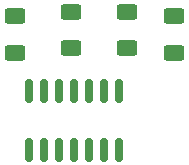
<source format=gbp>
%TF.GenerationSoftware,KiCad,Pcbnew,8.0.3*%
%TF.CreationDate,2024-07-29T19:47:32-06:00*%
%TF.ProjectId,SaintCon Says Badge,5361696e-7443-46f6-9e20-536179732042,rev?*%
%TF.SameCoordinates,Original*%
%TF.FileFunction,Paste,Bot*%
%TF.FilePolarity,Positive*%
%FSLAX46Y46*%
G04 Gerber Fmt 4.6, Leading zero omitted, Abs format (unit mm)*
G04 Created by KiCad (PCBNEW 8.0.3) date 2024-07-29 19:47:32*
%MOMM*%
%LPD*%
G01*
G04 APERTURE LIST*
G04 Aperture macros list*
%AMRoundRect*
0 Rectangle with rounded corners*
0 $1 Rounding radius*
0 $2 $3 $4 $5 $6 $7 $8 $9 X,Y pos of 4 corners*
0 Add a 4 corners polygon primitive as box body*
4,1,4,$2,$3,$4,$5,$6,$7,$8,$9,$2,$3,0*
0 Add four circle primitives for the rounded corners*
1,1,$1+$1,$2,$3*
1,1,$1+$1,$4,$5*
1,1,$1+$1,$6,$7*
1,1,$1+$1,$8,$9*
0 Add four rect primitives between the rounded corners*
20,1,$1+$1,$2,$3,$4,$5,0*
20,1,$1+$1,$4,$5,$6,$7,0*
20,1,$1+$1,$6,$7,$8,$9,0*
20,1,$1+$1,$8,$9,$2,$3,0*%
G04 Aperture macros list end*
%ADD10RoundRect,0.150000X-0.150000X0.825000X-0.150000X-0.825000X0.150000X-0.825000X0.150000X0.825000X0*%
%ADD11RoundRect,0.250000X-0.625000X0.400000X-0.625000X-0.400000X0.625000X-0.400000X0.625000X0.400000X0*%
%ADD12RoundRect,0.250000X0.625000X-0.400000X0.625000X0.400000X-0.625000X0.400000X-0.625000X-0.400000X0*%
G04 APERTURE END LIST*
D10*
%TO.C,U1*%
X137960000Y-90250000D03*
X139230000Y-90250000D03*
X140500000Y-90250000D03*
X141770000Y-90250000D03*
X143040000Y-90250000D03*
X144310000Y-90250000D03*
X145580000Y-90250000D03*
X145580000Y-95200000D03*
X144310000Y-95200000D03*
X143040000Y-95200000D03*
X141770000Y-95200000D03*
X140500000Y-95200000D03*
X139230000Y-95200000D03*
X137960000Y-95200000D03*
%TD*%
D11*
%TO.C,R2*%
X141500000Y-83540000D03*
X141500000Y-86640000D03*
%TD*%
D12*
%TO.C,R4*%
X150250000Y-87000000D03*
X150250000Y-83900000D03*
%TD*%
D11*
%TO.C,R3*%
X146250000Y-83540000D03*
X146250000Y-86640000D03*
%TD*%
D12*
%TO.C,R1*%
X136750000Y-87000000D03*
X136750000Y-83900000D03*
%TD*%
M02*

</source>
